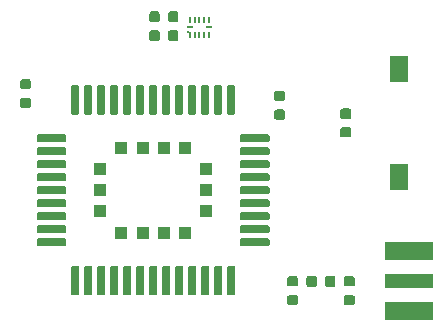
<source format=gbr>
G04 #@! TF.GenerationSoftware,KiCad,Pcbnew,5.99.0-unknown-df3fabf~86~ubuntu18.04.1*
G04 #@! TF.CreationDate,2019-10-25T19:02:02-04:00*
G04 #@! TF.ProjectId,bc26_bc66_module_board,62633236-5f62-4633-9636-5f6d6f64756c,rev?*
G04 #@! TF.SameCoordinates,Original*
G04 #@! TF.FileFunction,Paste,Top*
G04 #@! TF.FilePolarity,Positive*
%FSLAX46Y46*%
G04 Gerber Fmt 4.6, Leading zero omitted, Abs format (unit mm)*
G04 Created by KiCad (PCBNEW 5.99.0-unknown-df3fabf~86~ubuntu18.04.1) date 2019-10-25 19:02:02*
%MOMM*%
%LPD*%
G04 APERTURE LIST*
%ADD10R,0.250000X0.150000*%
%ADD11R,0.600000X0.200000*%
%ADD12R,0.200000X0.600000*%
%ADD13R,1.000000X1.000000*%
%ADD14R,1.600000X2.180000*%
%ADD15R,4.064000X1.524000*%
%ADD16R,4.064000X1.270000*%
G04 APERTURE END LIST*
D10*
X89025000Y-78625000D03*
D11*
X89200000Y-78200000D03*
D12*
X89200000Y-77550000D03*
X89600000Y-77550000D03*
X90000000Y-77550000D03*
X90400000Y-77550000D03*
X90800000Y-77550000D03*
D11*
X90800000Y-78200000D03*
D12*
X90800000Y-78850000D03*
X90400000Y-78850000D03*
X90000000Y-78850000D03*
X89600000Y-78850000D03*
X89200000Y-78850000D03*
G36*
X86514962Y-76841651D02*
G01*
X86585930Y-76889070D01*
X86633349Y-76960038D01*
X86650000Y-77043750D01*
X86650000Y-77556250D01*
X86633349Y-77639962D01*
X86585930Y-77710930D01*
X86514962Y-77758349D01*
X86431250Y-77775000D01*
X85993750Y-77775000D01*
X85910038Y-77758349D01*
X85839070Y-77710930D01*
X85791651Y-77639962D01*
X85775000Y-77556250D01*
X85775000Y-77043750D01*
X85791651Y-76960038D01*
X85839070Y-76889070D01*
X85910038Y-76841651D01*
X85993750Y-76825000D01*
X86431250Y-76825000D01*
X86514962Y-76841651D01*
G37*
G36*
X88089962Y-76841651D02*
G01*
X88160930Y-76889070D01*
X88208349Y-76960038D01*
X88225000Y-77043750D01*
X88225000Y-77556250D01*
X88208349Y-77639962D01*
X88160930Y-77710930D01*
X88089962Y-77758349D01*
X88006250Y-77775000D01*
X87568750Y-77775000D01*
X87485038Y-77758349D01*
X87414070Y-77710930D01*
X87366651Y-77639962D01*
X87350000Y-77556250D01*
X87350000Y-77043750D01*
X87366651Y-76960038D01*
X87414070Y-76889070D01*
X87485038Y-76841651D01*
X87568750Y-76825000D01*
X88006250Y-76825000D01*
X88089962Y-76841651D01*
G37*
G36*
X86514962Y-78441651D02*
G01*
X86585930Y-78489070D01*
X86633349Y-78560038D01*
X86650000Y-78643750D01*
X86650000Y-79156250D01*
X86633349Y-79239962D01*
X86585930Y-79310930D01*
X86514962Y-79358349D01*
X86431250Y-79375000D01*
X85993750Y-79375000D01*
X85910038Y-79358349D01*
X85839070Y-79310930D01*
X85791651Y-79239962D01*
X85775000Y-79156250D01*
X85775000Y-78643750D01*
X85791651Y-78560038D01*
X85839070Y-78489070D01*
X85910038Y-78441651D01*
X85993750Y-78425000D01*
X86431250Y-78425000D01*
X86514962Y-78441651D01*
G37*
G36*
X88089962Y-78441651D02*
G01*
X88160930Y-78489070D01*
X88208349Y-78560038D01*
X88225000Y-78643750D01*
X88225000Y-79156250D01*
X88208349Y-79239962D01*
X88160930Y-79310930D01*
X88089962Y-79358349D01*
X88006250Y-79375000D01*
X87568750Y-79375000D01*
X87485038Y-79358349D01*
X87414070Y-79310930D01*
X87366651Y-79239962D01*
X87350000Y-79156250D01*
X87350000Y-78643750D01*
X87366651Y-78560038D01*
X87414070Y-78489070D01*
X87485038Y-78441651D01*
X87568750Y-78425000D01*
X88006250Y-78425000D01*
X88089962Y-78441651D01*
G37*
D13*
X90600000Y-90200000D03*
X90600000Y-92000000D03*
X90600000Y-93800000D03*
X88800000Y-95600000D03*
X87000000Y-95600000D03*
X85200000Y-95600000D03*
X83400000Y-95600000D03*
X81600000Y-93800000D03*
X81600000Y-92000000D03*
X81600000Y-90200000D03*
X83400000Y-88400000D03*
X85200000Y-88400000D03*
X87000000Y-88400000D03*
X88800000Y-88400000D03*
G36*
X95841970Y-87263321D02*
G01*
X95898744Y-87301256D01*
X95936679Y-87358030D01*
X95950000Y-87425000D01*
X95950000Y-87775000D01*
X95936679Y-87841970D01*
X95898744Y-87898744D01*
X95841970Y-87936679D01*
X95775000Y-87950000D01*
X93625000Y-87950000D01*
X93558030Y-87936679D01*
X93501256Y-87898744D01*
X93463321Y-87841970D01*
X93450000Y-87775000D01*
X93450000Y-87425000D01*
X93463321Y-87358030D01*
X93501256Y-87301256D01*
X93558030Y-87263321D01*
X93625000Y-87250000D01*
X95775000Y-87250000D01*
X95841970Y-87263321D01*
G37*
G36*
X95841970Y-88363321D02*
G01*
X95898744Y-88401256D01*
X95936679Y-88458030D01*
X95950000Y-88525000D01*
X95950000Y-88875000D01*
X95936679Y-88941970D01*
X95898744Y-88998744D01*
X95841970Y-89036679D01*
X95775000Y-89050000D01*
X93625000Y-89050000D01*
X93558030Y-89036679D01*
X93501256Y-88998744D01*
X93463321Y-88941970D01*
X93450000Y-88875000D01*
X93450000Y-88525000D01*
X93463321Y-88458030D01*
X93501256Y-88401256D01*
X93558030Y-88363321D01*
X93625000Y-88350000D01*
X95775000Y-88350000D01*
X95841970Y-88363321D01*
G37*
G36*
X95841970Y-89463321D02*
G01*
X95898744Y-89501256D01*
X95936679Y-89558030D01*
X95950000Y-89625000D01*
X95950000Y-89975000D01*
X95936679Y-90041970D01*
X95898744Y-90098744D01*
X95841970Y-90136679D01*
X95775000Y-90150000D01*
X93625000Y-90150000D01*
X93558030Y-90136679D01*
X93501256Y-90098744D01*
X93463321Y-90041970D01*
X93450000Y-89975000D01*
X93450000Y-89625000D01*
X93463321Y-89558030D01*
X93501256Y-89501256D01*
X93558030Y-89463321D01*
X93625000Y-89450000D01*
X95775000Y-89450000D01*
X95841970Y-89463321D01*
G37*
G36*
X95841970Y-90563321D02*
G01*
X95898744Y-90601256D01*
X95936679Y-90658030D01*
X95950000Y-90725000D01*
X95950000Y-91075000D01*
X95936679Y-91141970D01*
X95898744Y-91198744D01*
X95841970Y-91236679D01*
X95775000Y-91250000D01*
X93625000Y-91250000D01*
X93558030Y-91236679D01*
X93501256Y-91198744D01*
X93463321Y-91141970D01*
X93450000Y-91075000D01*
X93450000Y-90725000D01*
X93463321Y-90658030D01*
X93501256Y-90601256D01*
X93558030Y-90563321D01*
X93625000Y-90550000D01*
X95775000Y-90550000D01*
X95841970Y-90563321D01*
G37*
G36*
X95841970Y-91663321D02*
G01*
X95898744Y-91701256D01*
X95936679Y-91758030D01*
X95950000Y-91825000D01*
X95950000Y-92175000D01*
X95936679Y-92241970D01*
X95898744Y-92298744D01*
X95841970Y-92336679D01*
X95775000Y-92350000D01*
X93625000Y-92350000D01*
X93558030Y-92336679D01*
X93501256Y-92298744D01*
X93463321Y-92241970D01*
X93450000Y-92175000D01*
X93450000Y-91825000D01*
X93463321Y-91758030D01*
X93501256Y-91701256D01*
X93558030Y-91663321D01*
X93625000Y-91650000D01*
X95775000Y-91650000D01*
X95841970Y-91663321D01*
G37*
G36*
X95841970Y-92763321D02*
G01*
X95898744Y-92801256D01*
X95936679Y-92858030D01*
X95950000Y-92925000D01*
X95950000Y-93275000D01*
X95936679Y-93341970D01*
X95898744Y-93398744D01*
X95841970Y-93436679D01*
X95775000Y-93450000D01*
X93625000Y-93450000D01*
X93558030Y-93436679D01*
X93501256Y-93398744D01*
X93463321Y-93341970D01*
X93450000Y-93275000D01*
X93450000Y-92925000D01*
X93463321Y-92858030D01*
X93501256Y-92801256D01*
X93558030Y-92763321D01*
X93625000Y-92750000D01*
X95775000Y-92750000D01*
X95841970Y-92763321D01*
G37*
G36*
X95841970Y-93863321D02*
G01*
X95898744Y-93901256D01*
X95936679Y-93958030D01*
X95950000Y-94025000D01*
X95950000Y-94375000D01*
X95936679Y-94441970D01*
X95898744Y-94498744D01*
X95841970Y-94536679D01*
X95775000Y-94550000D01*
X93625000Y-94550000D01*
X93558030Y-94536679D01*
X93501256Y-94498744D01*
X93463321Y-94441970D01*
X93450000Y-94375000D01*
X93450000Y-94025000D01*
X93463321Y-93958030D01*
X93501256Y-93901256D01*
X93558030Y-93863321D01*
X93625000Y-93850000D01*
X95775000Y-93850000D01*
X95841970Y-93863321D01*
G37*
G36*
X95841970Y-94963321D02*
G01*
X95898744Y-95001256D01*
X95936679Y-95058030D01*
X95950000Y-95125000D01*
X95950000Y-95475000D01*
X95936679Y-95541970D01*
X95898744Y-95598744D01*
X95841970Y-95636679D01*
X95775000Y-95650000D01*
X93625000Y-95650000D01*
X93558030Y-95636679D01*
X93501256Y-95598744D01*
X93463321Y-95541970D01*
X93450000Y-95475000D01*
X93450000Y-95125000D01*
X93463321Y-95058030D01*
X93501256Y-95001256D01*
X93558030Y-94963321D01*
X93625000Y-94950000D01*
X95775000Y-94950000D01*
X95841970Y-94963321D01*
G37*
G36*
X95841970Y-96063321D02*
G01*
X95898744Y-96101256D01*
X95936679Y-96158030D01*
X95950000Y-96225000D01*
X95950000Y-96575000D01*
X95936679Y-96641970D01*
X95898744Y-96698744D01*
X95841970Y-96736679D01*
X95775000Y-96750000D01*
X93625000Y-96750000D01*
X93558030Y-96736679D01*
X93501256Y-96698744D01*
X93463321Y-96641970D01*
X93450000Y-96575000D01*
X93450000Y-96225000D01*
X93463321Y-96158030D01*
X93501256Y-96101256D01*
X93558030Y-96063321D01*
X93625000Y-96050000D01*
X95775000Y-96050000D01*
X95841970Y-96063321D01*
G37*
G36*
X92941970Y-98413321D02*
G01*
X92998744Y-98451256D01*
X93036679Y-98508030D01*
X93050000Y-98575000D01*
X93050000Y-100725000D01*
X93036679Y-100791970D01*
X92998744Y-100848744D01*
X92941970Y-100886679D01*
X92875000Y-100900000D01*
X92525000Y-100900000D01*
X92458030Y-100886679D01*
X92401256Y-100848744D01*
X92363321Y-100791970D01*
X92350000Y-100725000D01*
X92350000Y-98575000D01*
X92363321Y-98508030D01*
X92401256Y-98451256D01*
X92458030Y-98413321D01*
X92525000Y-98400000D01*
X92875000Y-98400000D01*
X92941970Y-98413321D01*
G37*
G36*
X91841970Y-98413321D02*
G01*
X91898744Y-98451256D01*
X91936679Y-98508030D01*
X91950000Y-98575000D01*
X91950000Y-100725000D01*
X91936679Y-100791970D01*
X91898744Y-100848744D01*
X91841970Y-100886679D01*
X91775000Y-100900000D01*
X91425000Y-100900000D01*
X91358030Y-100886679D01*
X91301256Y-100848744D01*
X91263321Y-100791970D01*
X91250000Y-100725000D01*
X91250000Y-98575000D01*
X91263321Y-98508030D01*
X91301256Y-98451256D01*
X91358030Y-98413321D01*
X91425000Y-98400000D01*
X91775000Y-98400000D01*
X91841970Y-98413321D01*
G37*
G36*
X90741970Y-98413321D02*
G01*
X90798744Y-98451256D01*
X90836679Y-98508030D01*
X90850000Y-98575000D01*
X90850000Y-100725000D01*
X90836679Y-100791970D01*
X90798744Y-100848744D01*
X90741970Y-100886679D01*
X90675000Y-100900000D01*
X90325000Y-100900000D01*
X90258030Y-100886679D01*
X90201256Y-100848744D01*
X90163321Y-100791970D01*
X90150000Y-100725000D01*
X90150000Y-98575000D01*
X90163321Y-98508030D01*
X90201256Y-98451256D01*
X90258030Y-98413321D01*
X90325000Y-98400000D01*
X90675000Y-98400000D01*
X90741970Y-98413321D01*
G37*
G36*
X89641970Y-98413321D02*
G01*
X89698744Y-98451256D01*
X89736679Y-98508030D01*
X89750000Y-98575000D01*
X89750000Y-100725000D01*
X89736679Y-100791970D01*
X89698744Y-100848744D01*
X89641970Y-100886679D01*
X89575000Y-100900000D01*
X89225000Y-100900000D01*
X89158030Y-100886679D01*
X89101256Y-100848744D01*
X89063321Y-100791970D01*
X89050000Y-100725000D01*
X89050000Y-98575000D01*
X89063321Y-98508030D01*
X89101256Y-98451256D01*
X89158030Y-98413321D01*
X89225000Y-98400000D01*
X89575000Y-98400000D01*
X89641970Y-98413321D01*
G37*
G36*
X88541970Y-98413321D02*
G01*
X88598744Y-98451256D01*
X88636679Y-98508030D01*
X88650000Y-98575000D01*
X88650000Y-100725000D01*
X88636679Y-100791970D01*
X88598744Y-100848744D01*
X88541970Y-100886679D01*
X88475000Y-100900000D01*
X88125000Y-100900000D01*
X88058030Y-100886679D01*
X88001256Y-100848744D01*
X87963321Y-100791970D01*
X87950000Y-100725000D01*
X87950000Y-98575000D01*
X87963321Y-98508030D01*
X88001256Y-98451256D01*
X88058030Y-98413321D01*
X88125000Y-98400000D01*
X88475000Y-98400000D01*
X88541970Y-98413321D01*
G37*
G36*
X87441970Y-98413321D02*
G01*
X87498744Y-98451256D01*
X87536679Y-98508030D01*
X87550000Y-98575000D01*
X87550000Y-100725000D01*
X87536679Y-100791970D01*
X87498744Y-100848744D01*
X87441970Y-100886679D01*
X87375000Y-100900000D01*
X87025000Y-100900000D01*
X86958030Y-100886679D01*
X86901256Y-100848744D01*
X86863321Y-100791970D01*
X86850000Y-100725000D01*
X86850000Y-98575000D01*
X86863321Y-98508030D01*
X86901256Y-98451256D01*
X86958030Y-98413321D01*
X87025000Y-98400000D01*
X87375000Y-98400000D01*
X87441970Y-98413321D01*
G37*
G36*
X86341970Y-98413321D02*
G01*
X86398744Y-98451256D01*
X86436679Y-98508030D01*
X86450000Y-98575000D01*
X86450000Y-100725000D01*
X86436679Y-100791970D01*
X86398744Y-100848744D01*
X86341970Y-100886679D01*
X86275000Y-100900000D01*
X85925000Y-100900000D01*
X85858030Y-100886679D01*
X85801256Y-100848744D01*
X85763321Y-100791970D01*
X85750000Y-100725000D01*
X85750000Y-98575000D01*
X85763321Y-98508030D01*
X85801256Y-98451256D01*
X85858030Y-98413321D01*
X85925000Y-98400000D01*
X86275000Y-98400000D01*
X86341970Y-98413321D01*
G37*
G36*
X85241970Y-98413321D02*
G01*
X85298744Y-98451256D01*
X85336679Y-98508030D01*
X85350000Y-98575000D01*
X85350000Y-100725000D01*
X85336679Y-100791970D01*
X85298744Y-100848744D01*
X85241970Y-100886679D01*
X85175000Y-100900000D01*
X84825000Y-100900000D01*
X84758030Y-100886679D01*
X84701256Y-100848744D01*
X84663321Y-100791970D01*
X84650000Y-100725000D01*
X84650000Y-98575000D01*
X84663321Y-98508030D01*
X84701256Y-98451256D01*
X84758030Y-98413321D01*
X84825000Y-98400000D01*
X85175000Y-98400000D01*
X85241970Y-98413321D01*
G37*
G36*
X84141970Y-98413321D02*
G01*
X84198744Y-98451256D01*
X84236679Y-98508030D01*
X84250000Y-98575000D01*
X84250000Y-100725000D01*
X84236679Y-100791970D01*
X84198744Y-100848744D01*
X84141970Y-100886679D01*
X84075000Y-100900000D01*
X83725000Y-100900000D01*
X83658030Y-100886679D01*
X83601256Y-100848744D01*
X83563321Y-100791970D01*
X83550000Y-100725000D01*
X83550000Y-98575000D01*
X83563321Y-98508030D01*
X83601256Y-98451256D01*
X83658030Y-98413321D01*
X83725000Y-98400000D01*
X84075000Y-98400000D01*
X84141970Y-98413321D01*
G37*
G36*
X83041970Y-98413321D02*
G01*
X83098744Y-98451256D01*
X83136679Y-98508030D01*
X83150000Y-98575000D01*
X83150000Y-100725000D01*
X83136679Y-100791970D01*
X83098744Y-100848744D01*
X83041970Y-100886679D01*
X82975000Y-100900000D01*
X82625000Y-100900000D01*
X82558030Y-100886679D01*
X82501256Y-100848744D01*
X82463321Y-100791970D01*
X82450000Y-100725000D01*
X82450000Y-98575000D01*
X82463321Y-98508030D01*
X82501256Y-98451256D01*
X82558030Y-98413321D01*
X82625000Y-98400000D01*
X82975000Y-98400000D01*
X83041970Y-98413321D01*
G37*
G36*
X81941970Y-98413321D02*
G01*
X81998744Y-98451256D01*
X82036679Y-98508030D01*
X82050000Y-98575000D01*
X82050000Y-100725000D01*
X82036679Y-100791970D01*
X81998744Y-100848744D01*
X81941970Y-100886679D01*
X81875000Y-100900000D01*
X81525000Y-100900000D01*
X81458030Y-100886679D01*
X81401256Y-100848744D01*
X81363321Y-100791970D01*
X81350000Y-100725000D01*
X81350000Y-98575000D01*
X81363321Y-98508030D01*
X81401256Y-98451256D01*
X81458030Y-98413321D01*
X81525000Y-98400000D01*
X81875000Y-98400000D01*
X81941970Y-98413321D01*
G37*
G36*
X80841970Y-98413321D02*
G01*
X80898744Y-98451256D01*
X80936679Y-98508030D01*
X80950000Y-98575000D01*
X80950000Y-100725000D01*
X80936679Y-100791970D01*
X80898744Y-100848744D01*
X80841970Y-100886679D01*
X80775000Y-100900000D01*
X80425000Y-100900000D01*
X80358030Y-100886679D01*
X80301256Y-100848744D01*
X80263321Y-100791970D01*
X80250000Y-100725000D01*
X80250000Y-98575000D01*
X80263321Y-98508030D01*
X80301256Y-98451256D01*
X80358030Y-98413321D01*
X80425000Y-98400000D01*
X80775000Y-98400000D01*
X80841970Y-98413321D01*
G37*
G36*
X79741970Y-98413321D02*
G01*
X79798744Y-98451256D01*
X79836679Y-98508030D01*
X79850000Y-98575000D01*
X79850000Y-100725000D01*
X79836679Y-100791970D01*
X79798744Y-100848744D01*
X79741970Y-100886679D01*
X79675000Y-100900000D01*
X79325000Y-100900000D01*
X79258030Y-100886679D01*
X79201256Y-100848744D01*
X79163321Y-100791970D01*
X79150000Y-100725000D01*
X79150000Y-98575000D01*
X79163321Y-98508030D01*
X79201256Y-98451256D01*
X79258030Y-98413321D01*
X79325000Y-98400000D01*
X79675000Y-98400000D01*
X79741970Y-98413321D01*
G37*
G36*
X78641970Y-96063321D02*
G01*
X78698744Y-96101256D01*
X78736679Y-96158030D01*
X78750000Y-96225000D01*
X78750000Y-96575000D01*
X78736679Y-96641970D01*
X78698744Y-96698744D01*
X78641970Y-96736679D01*
X78575000Y-96750000D01*
X76425000Y-96750000D01*
X76358030Y-96736679D01*
X76301256Y-96698744D01*
X76263321Y-96641970D01*
X76250000Y-96575000D01*
X76250000Y-96225000D01*
X76263321Y-96158030D01*
X76301256Y-96101256D01*
X76358030Y-96063321D01*
X76425000Y-96050000D01*
X78575000Y-96050000D01*
X78641970Y-96063321D01*
G37*
G36*
X78641970Y-94963321D02*
G01*
X78698744Y-95001256D01*
X78736679Y-95058030D01*
X78750000Y-95125000D01*
X78750000Y-95475000D01*
X78736679Y-95541970D01*
X78698744Y-95598744D01*
X78641970Y-95636679D01*
X78575000Y-95650000D01*
X76425000Y-95650000D01*
X76358030Y-95636679D01*
X76301256Y-95598744D01*
X76263321Y-95541970D01*
X76250000Y-95475000D01*
X76250000Y-95125000D01*
X76263321Y-95058030D01*
X76301256Y-95001256D01*
X76358030Y-94963321D01*
X76425000Y-94950000D01*
X78575000Y-94950000D01*
X78641970Y-94963321D01*
G37*
G36*
X78641970Y-93863321D02*
G01*
X78698744Y-93901256D01*
X78736679Y-93958030D01*
X78750000Y-94025000D01*
X78750000Y-94375000D01*
X78736679Y-94441970D01*
X78698744Y-94498744D01*
X78641970Y-94536679D01*
X78575000Y-94550000D01*
X76425000Y-94550000D01*
X76358030Y-94536679D01*
X76301256Y-94498744D01*
X76263321Y-94441970D01*
X76250000Y-94375000D01*
X76250000Y-94025000D01*
X76263321Y-93958030D01*
X76301256Y-93901256D01*
X76358030Y-93863321D01*
X76425000Y-93850000D01*
X78575000Y-93850000D01*
X78641970Y-93863321D01*
G37*
G36*
X78641970Y-92763321D02*
G01*
X78698744Y-92801256D01*
X78736679Y-92858030D01*
X78750000Y-92925000D01*
X78750000Y-93275000D01*
X78736679Y-93341970D01*
X78698744Y-93398744D01*
X78641970Y-93436679D01*
X78575000Y-93450000D01*
X76425000Y-93450000D01*
X76358030Y-93436679D01*
X76301256Y-93398744D01*
X76263321Y-93341970D01*
X76250000Y-93275000D01*
X76250000Y-92925000D01*
X76263321Y-92858030D01*
X76301256Y-92801256D01*
X76358030Y-92763321D01*
X76425000Y-92750000D01*
X78575000Y-92750000D01*
X78641970Y-92763321D01*
G37*
G36*
X78641970Y-91663321D02*
G01*
X78698744Y-91701256D01*
X78736679Y-91758030D01*
X78750000Y-91825000D01*
X78750000Y-92175000D01*
X78736679Y-92241970D01*
X78698744Y-92298744D01*
X78641970Y-92336679D01*
X78575000Y-92350000D01*
X76425000Y-92350000D01*
X76358030Y-92336679D01*
X76301256Y-92298744D01*
X76263321Y-92241970D01*
X76250000Y-92175000D01*
X76250000Y-91825000D01*
X76263321Y-91758030D01*
X76301256Y-91701256D01*
X76358030Y-91663321D01*
X76425000Y-91650000D01*
X78575000Y-91650000D01*
X78641970Y-91663321D01*
G37*
G36*
X78641970Y-90563321D02*
G01*
X78698744Y-90601256D01*
X78736679Y-90658030D01*
X78750000Y-90725000D01*
X78750000Y-91075000D01*
X78736679Y-91141970D01*
X78698744Y-91198744D01*
X78641970Y-91236679D01*
X78575000Y-91250000D01*
X76425000Y-91250000D01*
X76358030Y-91236679D01*
X76301256Y-91198744D01*
X76263321Y-91141970D01*
X76250000Y-91075000D01*
X76250000Y-90725000D01*
X76263321Y-90658030D01*
X76301256Y-90601256D01*
X76358030Y-90563321D01*
X76425000Y-90550000D01*
X78575000Y-90550000D01*
X78641970Y-90563321D01*
G37*
G36*
X78641970Y-89463321D02*
G01*
X78698744Y-89501256D01*
X78736679Y-89558030D01*
X78750000Y-89625000D01*
X78750000Y-89975000D01*
X78736679Y-90041970D01*
X78698744Y-90098744D01*
X78641970Y-90136679D01*
X78575000Y-90150000D01*
X76425000Y-90150000D01*
X76358030Y-90136679D01*
X76301256Y-90098744D01*
X76263321Y-90041970D01*
X76250000Y-89975000D01*
X76250000Y-89625000D01*
X76263321Y-89558030D01*
X76301256Y-89501256D01*
X76358030Y-89463321D01*
X76425000Y-89450000D01*
X78575000Y-89450000D01*
X78641970Y-89463321D01*
G37*
G36*
X78641970Y-88363321D02*
G01*
X78698744Y-88401256D01*
X78736679Y-88458030D01*
X78750000Y-88525000D01*
X78750000Y-88875000D01*
X78736679Y-88941970D01*
X78698744Y-88998744D01*
X78641970Y-89036679D01*
X78575000Y-89050000D01*
X76425000Y-89050000D01*
X76358030Y-89036679D01*
X76301256Y-88998744D01*
X76263321Y-88941970D01*
X76250000Y-88875000D01*
X76250000Y-88525000D01*
X76263321Y-88458030D01*
X76301256Y-88401256D01*
X76358030Y-88363321D01*
X76425000Y-88350000D01*
X78575000Y-88350000D01*
X78641970Y-88363321D01*
G37*
G36*
X78641970Y-87263321D02*
G01*
X78698744Y-87301256D01*
X78736679Y-87358030D01*
X78750000Y-87425000D01*
X78750000Y-87775000D01*
X78736679Y-87841970D01*
X78698744Y-87898744D01*
X78641970Y-87936679D01*
X78575000Y-87950000D01*
X76425000Y-87950000D01*
X76358030Y-87936679D01*
X76301256Y-87898744D01*
X76263321Y-87841970D01*
X76250000Y-87775000D01*
X76250000Y-87425000D01*
X76263321Y-87358030D01*
X76301256Y-87301256D01*
X76358030Y-87263321D01*
X76425000Y-87250000D01*
X78575000Y-87250000D01*
X78641970Y-87263321D01*
G37*
G36*
X79741970Y-83113321D02*
G01*
X79798744Y-83151256D01*
X79836679Y-83208030D01*
X79850000Y-83275000D01*
X79850000Y-85425000D01*
X79836679Y-85491970D01*
X79798744Y-85548744D01*
X79741970Y-85586679D01*
X79675000Y-85600000D01*
X79325000Y-85600000D01*
X79258030Y-85586679D01*
X79201256Y-85548744D01*
X79163321Y-85491970D01*
X79150000Y-85425000D01*
X79150000Y-83275000D01*
X79163321Y-83208030D01*
X79201256Y-83151256D01*
X79258030Y-83113321D01*
X79325000Y-83100000D01*
X79675000Y-83100000D01*
X79741970Y-83113321D01*
G37*
G36*
X80841970Y-83113321D02*
G01*
X80898744Y-83151256D01*
X80936679Y-83208030D01*
X80950000Y-83275000D01*
X80950000Y-85425000D01*
X80936679Y-85491970D01*
X80898744Y-85548744D01*
X80841970Y-85586679D01*
X80775000Y-85600000D01*
X80425000Y-85600000D01*
X80358030Y-85586679D01*
X80301256Y-85548744D01*
X80263321Y-85491970D01*
X80250000Y-85425000D01*
X80250000Y-83275000D01*
X80263321Y-83208030D01*
X80301256Y-83151256D01*
X80358030Y-83113321D01*
X80425000Y-83100000D01*
X80775000Y-83100000D01*
X80841970Y-83113321D01*
G37*
G36*
X81941970Y-83113321D02*
G01*
X81998744Y-83151256D01*
X82036679Y-83208030D01*
X82050000Y-83275000D01*
X82050000Y-85425000D01*
X82036679Y-85491970D01*
X81998744Y-85548744D01*
X81941970Y-85586679D01*
X81875000Y-85600000D01*
X81525000Y-85600000D01*
X81458030Y-85586679D01*
X81401256Y-85548744D01*
X81363321Y-85491970D01*
X81350000Y-85425000D01*
X81350000Y-83275000D01*
X81363321Y-83208030D01*
X81401256Y-83151256D01*
X81458030Y-83113321D01*
X81525000Y-83100000D01*
X81875000Y-83100000D01*
X81941970Y-83113321D01*
G37*
G36*
X83041970Y-83113321D02*
G01*
X83098744Y-83151256D01*
X83136679Y-83208030D01*
X83150000Y-83275000D01*
X83150000Y-85425000D01*
X83136679Y-85491970D01*
X83098744Y-85548744D01*
X83041970Y-85586679D01*
X82975000Y-85600000D01*
X82625000Y-85600000D01*
X82558030Y-85586679D01*
X82501256Y-85548744D01*
X82463321Y-85491970D01*
X82450000Y-85425000D01*
X82450000Y-83275000D01*
X82463321Y-83208030D01*
X82501256Y-83151256D01*
X82558030Y-83113321D01*
X82625000Y-83100000D01*
X82975000Y-83100000D01*
X83041970Y-83113321D01*
G37*
G36*
X84141970Y-83113321D02*
G01*
X84198744Y-83151256D01*
X84236679Y-83208030D01*
X84250000Y-83275000D01*
X84250000Y-85425000D01*
X84236679Y-85491970D01*
X84198744Y-85548744D01*
X84141970Y-85586679D01*
X84075000Y-85600000D01*
X83725000Y-85600000D01*
X83658030Y-85586679D01*
X83601256Y-85548744D01*
X83563321Y-85491970D01*
X83550000Y-85425000D01*
X83550000Y-83275000D01*
X83563321Y-83208030D01*
X83601256Y-83151256D01*
X83658030Y-83113321D01*
X83725000Y-83100000D01*
X84075000Y-83100000D01*
X84141970Y-83113321D01*
G37*
G36*
X85241970Y-83113321D02*
G01*
X85298744Y-83151256D01*
X85336679Y-83208030D01*
X85350000Y-83275000D01*
X85350000Y-85425000D01*
X85336679Y-85491970D01*
X85298744Y-85548744D01*
X85241970Y-85586679D01*
X85175000Y-85600000D01*
X84825000Y-85600000D01*
X84758030Y-85586679D01*
X84701256Y-85548744D01*
X84663321Y-85491970D01*
X84650000Y-85425000D01*
X84650000Y-83275000D01*
X84663321Y-83208030D01*
X84701256Y-83151256D01*
X84758030Y-83113321D01*
X84825000Y-83100000D01*
X85175000Y-83100000D01*
X85241970Y-83113321D01*
G37*
G36*
X86341970Y-83113321D02*
G01*
X86398744Y-83151256D01*
X86436679Y-83208030D01*
X86450000Y-83275000D01*
X86450000Y-85425000D01*
X86436679Y-85491970D01*
X86398744Y-85548744D01*
X86341970Y-85586679D01*
X86275000Y-85600000D01*
X85925000Y-85600000D01*
X85858030Y-85586679D01*
X85801256Y-85548744D01*
X85763321Y-85491970D01*
X85750000Y-85425000D01*
X85750000Y-83275000D01*
X85763321Y-83208030D01*
X85801256Y-83151256D01*
X85858030Y-83113321D01*
X85925000Y-83100000D01*
X86275000Y-83100000D01*
X86341970Y-83113321D01*
G37*
G36*
X87441970Y-83113321D02*
G01*
X87498744Y-83151256D01*
X87536679Y-83208030D01*
X87550000Y-83275000D01*
X87550000Y-85425000D01*
X87536679Y-85491970D01*
X87498744Y-85548744D01*
X87441970Y-85586679D01*
X87375000Y-85600000D01*
X87025000Y-85600000D01*
X86958030Y-85586679D01*
X86901256Y-85548744D01*
X86863321Y-85491970D01*
X86850000Y-85425000D01*
X86850000Y-83275000D01*
X86863321Y-83208030D01*
X86901256Y-83151256D01*
X86958030Y-83113321D01*
X87025000Y-83100000D01*
X87375000Y-83100000D01*
X87441970Y-83113321D01*
G37*
G36*
X88541970Y-83113321D02*
G01*
X88598744Y-83151256D01*
X88636679Y-83208030D01*
X88650000Y-83275000D01*
X88650000Y-85425000D01*
X88636679Y-85491970D01*
X88598744Y-85548744D01*
X88541970Y-85586679D01*
X88475000Y-85600000D01*
X88125000Y-85600000D01*
X88058030Y-85586679D01*
X88001256Y-85548744D01*
X87963321Y-85491970D01*
X87950000Y-85425000D01*
X87950000Y-83275000D01*
X87963321Y-83208030D01*
X88001256Y-83151256D01*
X88058030Y-83113321D01*
X88125000Y-83100000D01*
X88475000Y-83100000D01*
X88541970Y-83113321D01*
G37*
G36*
X89641970Y-83113321D02*
G01*
X89698744Y-83151256D01*
X89736679Y-83208030D01*
X89750000Y-83275000D01*
X89750000Y-85425000D01*
X89736679Y-85491970D01*
X89698744Y-85548744D01*
X89641970Y-85586679D01*
X89575000Y-85600000D01*
X89225000Y-85600000D01*
X89158030Y-85586679D01*
X89101256Y-85548744D01*
X89063321Y-85491970D01*
X89050000Y-85425000D01*
X89050000Y-83275000D01*
X89063321Y-83208030D01*
X89101256Y-83151256D01*
X89158030Y-83113321D01*
X89225000Y-83100000D01*
X89575000Y-83100000D01*
X89641970Y-83113321D01*
G37*
G36*
X90741970Y-83113321D02*
G01*
X90798744Y-83151256D01*
X90836679Y-83208030D01*
X90850000Y-83275000D01*
X90850000Y-85425000D01*
X90836679Y-85491970D01*
X90798744Y-85548744D01*
X90741970Y-85586679D01*
X90675000Y-85600000D01*
X90325000Y-85600000D01*
X90258030Y-85586679D01*
X90201256Y-85548744D01*
X90163321Y-85491970D01*
X90150000Y-85425000D01*
X90150000Y-83275000D01*
X90163321Y-83208030D01*
X90201256Y-83151256D01*
X90258030Y-83113321D01*
X90325000Y-83100000D01*
X90675000Y-83100000D01*
X90741970Y-83113321D01*
G37*
G36*
X91841970Y-83113321D02*
G01*
X91898744Y-83151256D01*
X91936679Y-83208030D01*
X91950000Y-83275000D01*
X91950000Y-85425000D01*
X91936679Y-85491970D01*
X91898744Y-85548744D01*
X91841970Y-85586679D01*
X91775000Y-85600000D01*
X91425000Y-85600000D01*
X91358030Y-85586679D01*
X91301256Y-85548744D01*
X91263321Y-85491970D01*
X91250000Y-85425000D01*
X91250000Y-83275000D01*
X91263321Y-83208030D01*
X91301256Y-83151256D01*
X91358030Y-83113321D01*
X91425000Y-83100000D01*
X91775000Y-83100000D01*
X91841970Y-83113321D01*
G37*
G36*
X92941970Y-83113321D02*
G01*
X92998744Y-83151256D01*
X93036679Y-83208030D01*
X93050000Y-83275000D01*
X93050000Y-85425000D01*
X93036679Y-85491970D01*
X92998744Y-85548744D01*
X92941970Y-85586679D01*
X92875000Y-85600000D01*
X92525000Y-85600000D01*
X92458030Y-85586679D01*
X92401256Y-85548744D01*
X92363321Y-85491970D01*
X92350000Y-85425000D01*
X92350000Y-83275000D01*
X92363321Y-83208030D01*
X92401256Y-83151256D01*
X92458030Y-83113321D01*
X92525000Y-83100000D01*
X92875000Y-83100000D01*
X92941970Y-83113321D01*
G37*
D14*
X106900000Y-90890000D03*
X106900000Y-81710000D03*
G36*
X75639962Y-82591651D02*
G01*
X75710930Y-82639070D01*
X75758349Y-82710038D01*
X75775000Y-82793750D01*
X75775000Y-83231250D01*
X75758349Y-83314962D01*
X75710930Y-83385930D01*
X75639962Y-83433349D01*
X75556250Y-83450000D01*
X75043750Y-83450000D01*
X74960038Y-83433349D01*
X74889070Y-83385930D01*
X74841651Y-83314962D01*
X74825000Y-83231250D01*
X74825000Y-82793750D01*
X74841651Y-82710038D01*
X74889070Y-82639070D01*
X74960038Y-82591651D01*
X75043750Y-82575000D01*
X75556250Y-82575000D01*
X75639962Y-82591651D01*
G37*
G36*
X75639962Y-84166651D02*
G01*
X75710930Y-84214070D01*
X75758349Y-84285038D01*
X75775000Y-84368750D01*
X75775000Y-84806250D01*
X75758349Y-84889962D01*
X75710930Y-84960930D01*
X75639962Y-85008349D01*
X75556250Y-85025000D01*
X75043750Y-85025000D01*
X74960038Y-85008349D01*
X74889070Y-84960930D01*
X74841651Y-84889962D01*
X74825000Y-84806250D01*
X74825000Y-84368750D01*
X74841651Y-84285038D01*
X74889070Y-84214070D01*
X74960038Y-84166651D01*
X75043750Y-84150000D01*
X75556250Y-84150000D01*
X75639962Y-84166651D01*
G37*
G36*
X99814962Y-99241651D02*
G01*
X99885930Y-99289070D01*
X99933349Y-99360038D01*
X99950000Y-99443750D01*
X99950000Y-99956250D01*
X99933349Y-100039962D01*
X99885930Y-100110930D01*
X99814962Y-100158349D01*
X99731250Y-100175000D01*
X99293750Y-100175000D01*
X99210038Y-100158349D01*
X99139070Y-100110930D01*
X99091651Y-100039962D01*
X99075000Y-99956250D01*
X99075000Y-99443750D01*
X99091651Y-99360038D01*
X99139070Y-99289070D01*
X99210038Y-99241651D01*
X99293750Y-99225000D01*
X99731250Y-99225000D01*
X99814962Y-99241651D01*
G37*
G36*
X101389962Y-99241651D02*
G01*
X101460930Y-99289070D01*
X101508349Y-99360038D01*
X101525000Y-99443750D01*
X101525000Y-99956250D01*
X101508349Y-100039962D01*
X101460930Y-100110930D01*
X101389962Y-100158349D01*
X101306250Y-100175000D01*
X100868750Y-100175000D01*
X100785038Y-100158349D01*
X100714070Y-100110930D01*
X100666651Y-100039962D01*
X100650000Y-99956250D01*
X100650000Y-99443750D01*
X100666651Y-99360038D01*
X100714070Y-99289070D01*
X100785038Y-99241651D01*
X100868750Y-99225000D01*
X101306250Y-99225000D01*
X101389962Y-99241651D01*
G37*
D15*
X107768000Y-102240000D03*
X107768000Y-97160000D03*
D16*
X107768000Y-99700000D03*
G36*
X102739962Y-85091651D02*
G01*
X102810930Y-85139070D01*
X102858349Y-85210038D01*
X102875000Y-85293750D01*
X102875000Y-85731250D01*
X102858349Y-85814962D01*
X102810930Y-85885930D01*
X102739962Y-85933349D01*
X102656250Y-85950000D01*
X102143750Y-85950000D01*
X102060038Y-85933349D01*
X101989070Y-85885930D01*
X101941651Y-85814962D01*
X101925000Y-85731250D01*
X101925000Y-85293750D01*
X101941651Y-85210038D01*
X101989070Y-85139070D01*
X102060038Y-85091651D01*
X102143750Y-85075000D01*
X102656250Y-85075000D01*
X102739962Y-85091651D01*
G37*
G36*
X102739962Y-86666651D02*
G01*
X102810930Y-86714070D01*
X102858349Y-86785038D01*
X102875000Y-86868750D01*
X102875000Y-87306250D01*
X102858349Y-87389962D01*
X102810930Y-87460930D01*
X102739962Y-87508349D01*
X102656250Y-87525000D01*
X102143750Y-87525000D01*
X102060038Y-87508349D01*
X101989070Y-87460930D01*
X101941651Y-87389962D01*
X101925000Y-87306250D01*
X101925000Y-86868750D01*
X101941651Y-86785038D01*
X101989070Y-86714070D01*
X102060038Y-86666651D01*
X102143750Y-86650000D01*
X102656250Y-86650000D01*
X102739962Y-86666651D01*
G37*
G36*
X103039962Y-100866651D02*
G01*
X103110930Y-100914070D01*
X103158349Y-100985038D01*
X103175000Y-101068750D01*
X103175000Y-101506250D01*
X103158349Y-101589962D01*
X103110930Y-101660930D01*
X103039962Y-101708349D01*
X102956250Y-101725000D01*
X102443750Y-101725000D01*
X102360038Y-101708349D01*
X102289070Y-101660930D01*
X102241651Y-101589962D01*
X102225000Y-101506250D01*
X102225000Y-101068750D01*
X102241651Y-100985038D01*
X102289070Y-100914070D01*
X102360038Y-100866651D01*
X102443750Y-100850000D01*
X102956250Y-100850000D01*
X103039962Y-100866651D01*
G37*
G36*
X103039962Y-99291651D02*
G01*
X103110930Y-99339070D01*
X103158349Y-99410038D01*
X103175000Y-99493750D01*
X103175000Y-99931250D01*
X103158349Y-100014962D01*
X103110930Y-100085930D01*
X103039962Y-100133349D01*
X102956250Y-100150000D01*
X102443750Y-100150000D01*
X102360038Y-100133349D01*
X102289070Y-100085930D01*
X102241651Y-100014962D01*
X102225000Y-99931250D01*
X102225000Y-99493750D01*
X102241651Y-99410038D01*
X102289070Y-99339070D01*
X102360038Y-99291651D01*
X102443750Y-99275000D01*
X102956250Y-99275000D01*
X103039962Y-99291651D01*
G37*
G36*
X98239962Y-100866651D02*
G01*
X98310930Y-100914070D01*
X98358349Y-100985038D01*
X98375000Y-101068750D01*
X98375000Y-101506250D01*
X98358349Y-101589962D01*
X98310930Y-101660930D01*
X98239962Y-101708349D01*
X98156250Y-101725000D01*
X97643750Y-101725000D01*
X97560038Y-101708349D01*
X97489070Y-101660930D01*
X97441651Y-101589962D01*
X97425000Y-101506250D01*
X97425000Y-101068750D01*
X97441651Y-100985038D01*
X97489070Y-100914070D01*
X97560038Y-100866651D01*
X97643750Y-100850000D01*
X98156250Y-100850000D01*
X98239962Y-100866651D01*
G37*
G36*
X98239962Y-99291651D02*
G01*
X98310930Y-99339070D01*
X98358349Y-99410038D01*
X98375000Y-99493750D01*
X98375000Y-99931250D01*
X98358349Y-100014962D01*
X98310930Y-100085930D01*
X98239962Y-100133349D01*
X98156250Y-100150000D01*
X97643750Y-100150000D01*
X97560038Y-100133349D01*
X97489070Y-100085930D01*
X97441651Y-100014962D01*
X97425000Y-99931250D01*
X97425000Y-99493750D01*
X97441651Y-99410038D01*
X97489070Y-99339070D01*
X97560038Y-99291651D01*
X97643750Y-99275000D01*
X98156250Y-99275000D01*
X98239962Y-99291651D01*
G37*
G36*
X97139962Y-83591651D02*
G01*
X97210930Y-83639070D01*
X97258349Y-83710038D01*
X97275000Y-83793750D01*
X97275000Y-84231250D01*
X97258349Y-84314962D01*
X97210930Y-84385930D01*
X97139962Y-84433349D01*
X97056250Y-84450000D01*
X96543750Y-84450000D01*
X96460038Y-84433349D01*
X96389070Y-84385930D01*
X96341651Y-84314962D01*
X96325000Y-84231250D01*
X96325000Y-83793750D01*
X96341651Y-83710038D01*
X96389070Y-83639070D01*
X96460038Y-83591651D01*
X96543750Y-83575000D01*
X97056250Y-83575000D01*
X97139962Y-83591651D01*
G37*
G36*
X97139962Y-85166651D02*
G01*
X97210930Y-85214070D01*
X97258349Y-85285038D01*
X97275000Y-85368750D01*
X97275000Y-85806250D01*
X97258349Y-85889962D01*
X97210930Y-85960930D01*
X97139962Y-86008349D01*
X97056250Y-86025000D01*
X96543750Y-86025000D01*
X96460038Y-86008349D01*
X96389070Y-85960930D01*
X96341651Y-85889962D01*
X96325000Y-85806250D01*
X96325000Y-85368750D01*
X96341651Y-85285038D01*
X96389070Y-85214070D01*
X96460038Y-85166651D01*
X96543750Y-85150000D01*
X97056250Y-85150000D01*
X97139962Y-85166651D01*
G37*
M02*

</source>
